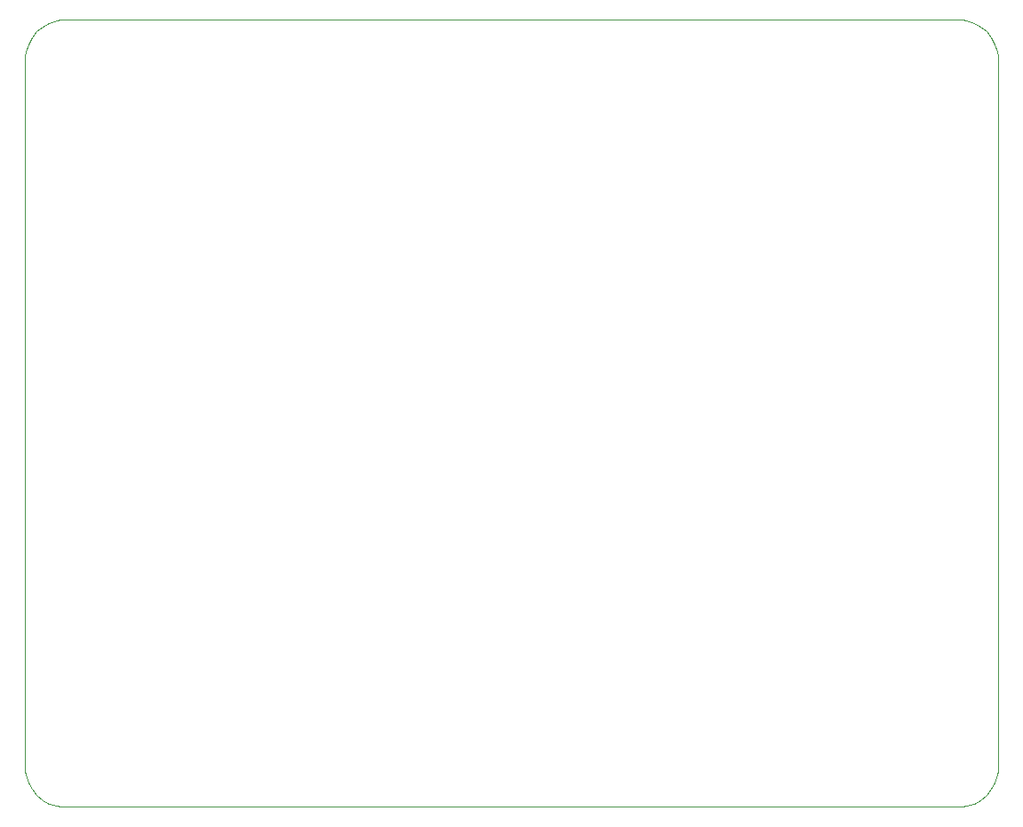
<source format=gbr>
G04 PROTEUS GERBER X2 FILE*
%TF.GenerationSoftware,Labcenter,Proteus,8.16-SP3-Build36097*%
%TF.CreationDate,2025-03-10T19:07:48+00:00*%
%TF.FileFunction,AssemblyDrawing,Bot*%
%TF.FilePolarity,Positive*%
%TF.Part,Single*%
%TF.SameCoordinates,{20daa937-f823-4944-9cf4-50eea9ef3d69}*%
%FSLAX45Y45*%
%MOMM*%
G01*
%TA.AperFunction,Profile*%
%ADD20C,0.101600*%
%TD.AperFunction*%
D20*
X+635000Y+4064000D02*
X+636967Y+4102950D01*
X+642742Y+4140775D01*
X+664945Y+4212289D01*
X+700077Y+4277006D01*
X+746604Y+4333396D01*
X+802993Y+4379923D01*
X+867711Y+4415055D01*
X+939224Y+4437258D01*
X+977050Y+4443033D01*
X+1016000Y+4445000D01*
X+1143000Y+4445000D02*
X+9525000Y+4445000D01*
X+9563950Y+4443033D01*
X+9601776Y+4437258D01*
X+9673289Y+4415055D01*
X+9738007Y+4379923D01*
X+9794396Y+4333396D01*
X+9840923Y+4277006D01*
X+9876055Y+4212289D01*
X+9898258Y+4140775D01*
X+9904033Y+4102950D01*
X+9906000Y+4064000D01*
X+9906000Y-2667000D01*
X+9904033Y-2705950D01*
X+9898258Y-2743775D01*
X+9876055Y-2815289D01*
X+9840923Y-2880006D01*
X+9794396Y-2936396D01*
X+9738007Y-2982923D01*
X+9673289Y-3018055D01*
X+9601776Y-3040258D01*
X+9563950Y-3046033D01*
X+9525000Y-3048000D01*
X+1270000Y-3048000D01*
X+1016000Y-3048000D02*
X+977050Y-3046033D01*
X+939224Y-3040258D01*
X+867711Y-3018055D01*
X+802993Y-2982923D01*
X+746604Y-2936396D01*
X+700077Y-2880006D01*
X+664945Y-2815289D01*
X+642742Y-2743775D01*
X+636967Y-2705950D01*
X+635000Y-2667000D01*
X+635000Y+4064000D02*
X+635000Y-2667000D01*
X+1143000Y-3048000D02*
X+1270000Y-3048000D01*
X+1016000Y-3048000D02*
X+1143000Y-3048000D01*
X+1016000Y+4445000D02*
X+1143000Y+4445000D01*
M02*

</source>
